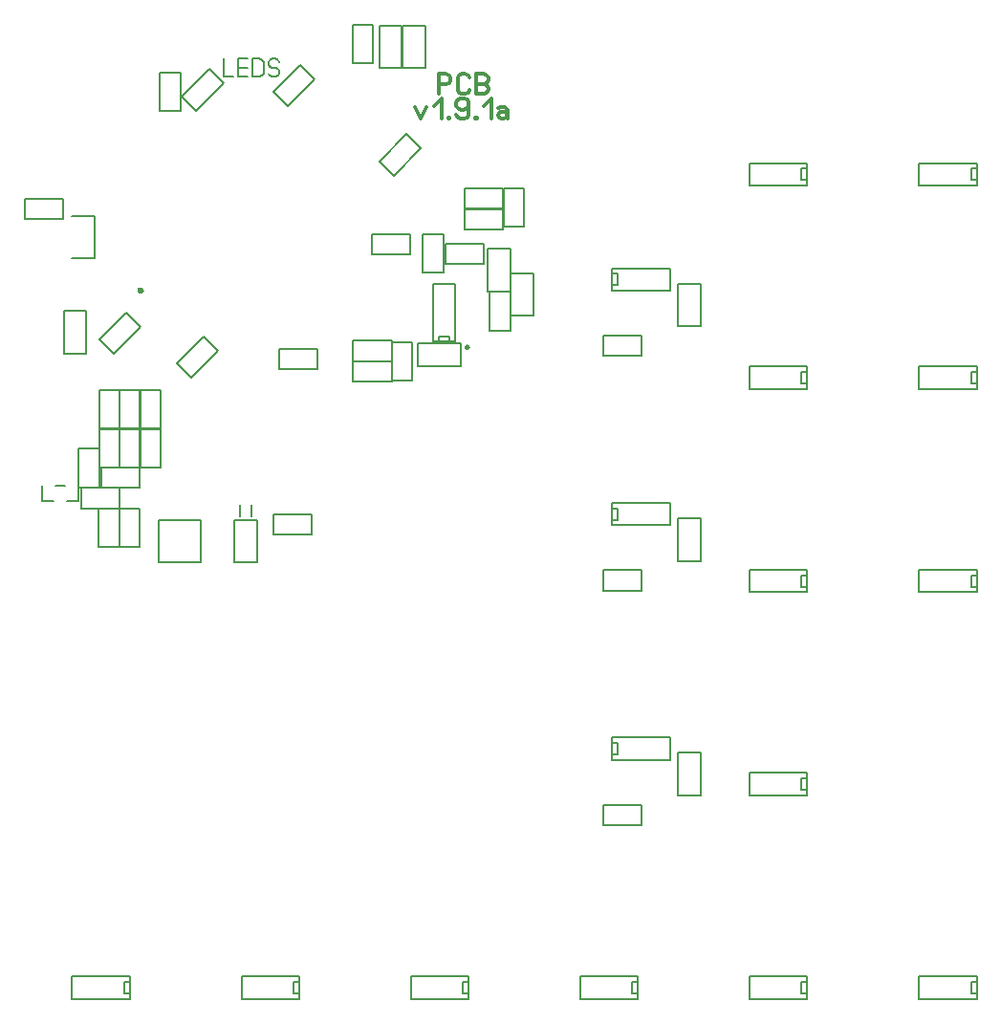
<source format=gto>
%FSLAX34Y34*%
%MOMM*%
%LNSILK_TOP*%
G71*
G01*
%ADD10C, 0.318*%
%ADD11C, 0.150*%
%ADD12C, 0.100*%
%ADD13C, 0.200*%
%ADD14C, 0.000*%
%LPD*%
G54D10*
X389947Y-79437D02*
X389947Y-61659D01*
X396614Y-61659D01*
X399281Y-62770D01*
X400614Y-64993D01*
X400614Y-67215D01*
X399281Y-69437D01*
X396614Y-70548D01*
X389947Y-70548D01*
G54D10*
X417503Y-76104D02*
X416170Y-78326D01*
X413503Y-79437D01*
X410836Y-79437D01*
X408170Y-78326D01*
X406836Y-76104D01*
X406836Y-64993D01*
X408170Y-62770D01*
X410836Y-61659D01*
X413503Y-61659D01*
X416170Y-62770D01*
X417503Y-64993D01*
G54D10*
X423725Y-79437D02*
X423725Y-61659D01*
X430392Y-61659D01*
X433059Y-62770D01*
X434392Y-64993D01*
X434392Y-67215D01*
X433059Y-69437D01*
X430392Y-70548D01*
X433059Y-71659D01*
X434392Y-73882D01*
X434392Y-76104D01*
X433059Y-78326D01*
X430392Y-79437D01*
X423725Y-79437D01*
G54D10*
X423725Y-70548D02*
X430392Y-70548D01*
G54D10*
X368910Y-91041D02*
X374244Y-101041D01*
X379577Y-91041D01*
G54D10*
X385799Y-89930D02*
X392466Y-83263D01*
X392466Y-101041D01*
G54D10*
X399755Y-101041D02*
X398688Y-101041D01*
X398688Y-100152D01*
X399755Y-100152D01*
X399755Y-101041D01*
X398688Y-101041D01*
G54D10*
X405977Y-97707D02*
X407311Y-99930D01*
X409977Y-101041D01*
X412644Y-101041D01*
X415311Y-99930D01*
X416644Y-97707D01*
X416644Y-92152D01*
X416644Y-91041D01*
X412644Y-93263D01*
X409977Y-93263D01*
X407311Y-92152D01*
X405977Y-89930D01*
X405977Y-86596D01*
X407311Y-84374D01*
X409977Y-83263D01*
X412644Y-83263D01*
X415311Y-84374D01*
X416644Y-86596D01*
X416644Y-92152D01*
G54D10*
X423933Y-101041D02*
X422866Y-101041D01*
X422866Y-100152D01*
X423933Y-100152D01*
X423933Y-101041D01*
X422866Y-101041D01*
G54D10*
X430155Y-89930D02*
X436822Y-83263D01*
X436822Y-101041D01*
G54D10*
X443044Y-92152D02*
X445711Y-91041D01*
X448911Y-91041D01*
X451044Y-93263D01*
X451044Y-101041D01*
G54D10*
X451044Y-97707D02*
X449711Y-95485D01*
X447044Y-95041D01*
X444378Y-95485D01*
X443044Y-97707D01*
X443578Y-99930D01*
X445711Y-101041D01*
X447044Y-101041D01*
X447578Y-101041D01*
X449711Y-99930D01*
X451044Y-97707D01*
G54D11*
X65190Y-187093D02*
X85190Y-187093D01*
X85190Y-225093D01*
X65190Y-225093D01*
G54D12*
G75*
G01X128496Y-253422D02*
G03X128496Y-253422I-2500J0D01*
G01*
G36*
G75*
G01X128496Y-253422D02*
G03X128496Y-253422I-2500J0D01*
G01*
G37*
X128496Y-253422D01*
G54D11*
X330828Y-221328D02*
X330828Y-203328D01*
X364828Y-203328D01*
X364828Y-221328D01*
X330828Y-221328D01*
G54D11*
X447444Y-181169D02*
X447444Y-199169D01*
X413444Y-199169D01*
X413444Y-181169D01*
X447444Y-181169D01*
G54D11*
X447444Y-162912D02*
X447444Y-180912D01*
X413444Y-180912D01*
X413444Y-162912D01*
X447444Y-162912D01*
G54D11*
X361819Y-114965D02*
X374546Y-127693D01*
X350505Y-151735D01*
X337777Y-139007D01*
X361819Y-114965D01*
G54D11*
X249138Y-322994D02*
X249138Y-304994D01*
X283138Y-304994D01*
X283138Y-322994D01*
X249138Y-322994D01*
G54D11*
X384946Y-298793D02*
X404946Y-298793D01*
X404946Y-247693D01*
X384946Y-247693D01*
X384946Y-298793D01*
G54D11*
X389946Y-298793D02*
X399946Y-298793D01*
X399946Y-293793D01*
X389946Y-293793D01*
X389946Y-298793D01*
G54D13*
X199811Y-48121D02*
X199811Y-64121D01*
X208211Y-64121D01*
G54D13*
X221011Y-64121D02*
X212611Y-64121D01*
X212611Y-48121D01*
X221011Y-48121D01*
G54D13*
X212611Y-56121D02*
X221011Y-56121D01*
G54D13*
X225411Y-64121D02*
X225411Y-48121D01*
X231411Y-48121D01*
X233811Y-49121D01*
X235011Y-51121D01*
X235011Y-61121D01*
X233811Y-63121D01*
X231411Y-64121D01*
X225411Y-64121D01*
G54D13*
X239411Y-61121D02*
X240611Y-63121D01*
X243011Y-64121D01*
X245411Y-64121D01*
X247811Y-63121D01*
X249011Y-61121D01*
X249011Y-59121D01*
X247811Y-57121D01*
X245411Y-56121D01*
X243011Y-56121D01*
X240611Y-55121D01*
X239411Y-53121D01*
X239411Y-51121D01*
X240611Y-49121D01*
X243011Y-48121D01*
X245411Y-48121D01*
X247811Y-49121D01*
X249011Y-51121D01*
G54D11*
X143400Y-60682D02*
X161400Y-60682D01*
X161400Y-94682D01*
X143400Y-94682D01*
X143400Y-60682D01*
G54D11*
X267754Y-53741D02*
X280482Y-66469D01*
X256440Y-90510D01*
X243712Y-77782D01*
X267754Y-53741D01*
G54D11*
X186791Y-57312D02*
X199519Y-70040D01*
X175478Y-94082D01*
X162750Y-81354D01*
X186791Y-57312D01*
G54D11*
X157993Y-317998D02*
X170721Y-330726D01*
X194762Y-306684D01*
X182035Y-293956D01*
X157993Y-317998D01*
G54D11*
X143706Y-341775D02*
X125706Y-341775D01*
X125706Y-375775D01*
X143706Y-375775D01*
X143706Y-341775D01*
G54D11*
X125847Y-341775D02*
X107847Y-341775D01*
X107847Y-375775D01*
X125847Y-375775D01*
X125847Y-341775D01*
G54D11*
X143706Y-375906D02*
X125706Y-375906D01*
X125706Y-409906D01*
X143706Y-409906D01*
X143706Y-375906D01*
G54D11*
X125847Y-375906D02*
X107847Y-375906D01*
X107847Y-409906D01*
X125847Y-409906D01*
X125847Y-375906D01*
G54D11*
X107126Y-446649D02*
X89126Y-446648D01*
X89126Y-480648D01*
X107126Y-480648D01*
X107126Y-446649D01*
G54D11*
X125512Y-446718D02*
X107512Y-446718D01*
X107512Y-480718D01*
X125512Y-480718D01*
X125512Y-446718D01*
G54D11*
X39070Y-426517D02*
X39070Y-439518D01*
X49070Y-439517D01*
G54D11*
X59070Y-426517D02*
X51070Y-426517D01*
G54D11*
X430226Y-211894D02*
X430226Y-229894D01*
X396226Y-229894D01*
X396226Y-211894D01*
X430226Y-211894D01*
G54D11*
X348509Y-297896D02*
X348509Y-315896D01*
X314509Y-315896D01*
X314509Y-297896D01*
X348509Y-297896D01*
G54D11*
X453414Y-288787D02*
X435414Y-288787D01*
X435414Y-254787D01*
X453414Y-254787D01*
X453414Y-288787D01*
G54D11*
X433651Y-216396D02*
X453651Y-216396D01*
X453651Y-254396D01*
X433651Y-254396D01*
X433651Y-216396D01*
G54D11*
X409976Y-300356D02*
X409976Y-320356D01*
X371976Y-320356D01*
X371976Y-300356D01*
X409976Y-300356D01*
G54D11*
X453857Y-237893D02*
X473857Y-237893D01*
X473857Y-275893D01*
X453857Y-275893D01*
X453857Y-237893D01*
G54D11*
X348509Y-316152D02*
X348509Y-334152D01*
X314509Y-334152D01*
X314509Y-316152D01*
X348509Y-316152D01*
G54D11*
X465968Y-163181D02*
X447968Y-163181D01*
X447968Y-197181D01*
X465968Y-197181D01*
X465968Y-163181D01*
G54D11*
X277865Y-451724D02*
X277865Y-469724D01*
X243865Y-469724D01*
X243865Y-451724D01*
X277865Y-451724D01*
G54D11*
X313953Y-18385D02*
X331954Y-18385D01*
X331954Y-52385D01*
X313953Y-52385D01*
X313953Y-18385D01*
G54D11*
X107402Y-341796D02*
X89402Y-341796D01*
X89402Y-375796D01*
X107402Y-375796D01*
X107402Y-341796D01*
G54D11*
X107399Y-376098D02*
X89400Y-376097D01*
X89400Y-410097D01*
X107399Y-410098D01*
X107399Y-376098D01*
G54D11*
X107356Y-446194D02*
X107356Y-428195D01*
X73356Y-428195D01*
X73356Y-446195D01*
X107356Y-446194D01*
G54D11*
X125512Y-428338D02*
X125512Y-410338D01*
X91512Y-410338D01*
X91512Y-428338D01*
X125512Y-428338D01*
G54D11*
X126491Y-285378D02*
X113764Y-272650D01*
X89722Y-296692D01*
X102450Y-309420D01*
X126491Y-285378D01*
G54D11*
X71334Y-427607D02*
X89334Y-427608D01*
X89334Y-393608D01*
X71334Y-393607D01*
X71334Y-427607D01*
G54D11*
X71077Y-426523D02*
X71077Y-439523D01*
X61077Y-439523D01*
G54D11*
X23565Y-190161D02*
X23565Y-172161D01*
X57565Y-172161D01*
X57565Y-190161D01*
X23565Y-190161D01*
G54D11*
X716580Y-880600D02*
X716580Y-860600D01*
X665480Y-860600D01*
X665480Y-880600D01*
X716580Y-880600D01*
G54D11*
X716580Y-875600D02*
X716580Y-865600D01*
X711580Y-865600D01*
X711580Y-875600D01*
X716580Y-875600D01*
G54D11*
X266580Y-880600D02*
X266580Y-860600D01*
X215480Y-860600D01*
X215480Y-880600D01*
X266580Y-880600D01*
G54D11*
X266580Y-875600D02*
X266580Y-865600D01*
X261580Y-865600D01*
X261580Y-875600D01*
X266580Y-875600D01*
G54D11*
X416580Y-880600D02*
X416580Y-860600D01*
X365480Y-860600D01*
X365480Y-880600D01*
X416580Y-880600D01*
G54D11*
X416580Y-875600D02*
X416580Y-865600D01*
X411580Y-865600D01*
X411580Y-875600D01*
X416580Y-875600D01*
G54D11*
X866580Y-880600D02*
X866580Y-860600D01*
X815480Y-860600D01*
X815480Y-880600D01*
X866580Y-880600D01*
G54D11*
X866580Y-875600D02*
X866580Y-865600D01*
X861580Y-865600D01*
X861580Y-875600D01*
X866580Y-875600D01*
G54D11*
X566580Y-880600D02*
X566580Y-860600D01*
X515480Y-860600D01*
X515480Y-880600D01*
X566580Y-880600D01*
G54D11*
X566580Y-875600D02*
X566580Y-865600D01*
X561580Y-865600D01*
X561580Y-875600D01*
X566580Y-875600D01*
G54D11*
X116580Y-880600D02*
X116580Y-860600D01*
X65480Y-860600D01*
X65480Y-880600D01*
X116580Y-880600D01*
G54D11*
X116580Y-875600D02*
X116580Y-865600D01*
X111580Y-865600D01*
X111580Y-875600D01*
X116580Y-875600D01*
G54D11*
X716580Y-700600D02*
X716580Y-680600D01*
X665480Y-680600D01*
X665480Y-700600D01*
X716580Y-700600D01*
G54D11*
X716580Y-695600D02*
X716580Y-685600D01*
X711580Y-685600D01*
X711580Y-695600D01*
X716580Y-695600D01*
G54D11*
X716580Y-520600D02*
X716580Y-500600D01*
X665480Y-500600D01*
X665480Y-520600D01*
X716580Y-520600D01*
G54D11*
X716580Y-515600D02*
X716580Y-505600D01*
X711580Y-505600D01*
X711580Y-515600D01*
X716580Y-515600D01*
G54D11*
X866580Y-520600D02*
X866580Y-500600D01*
X815480Y-500600D01*
X815480Y-520600D01*
X866580Y-520600D01*
G54D11*
X866580Y-515600D02*
X866580Y-505600D01*
X861580Y-505600D01*
X861580Y-515600D01*
X866580Y-515600D01*
G54D11*
X866580Y-340600D02*
X866580Y-320600D01*
X815480Y-320600D01*
X815480Y-340600D01*
X866580Y-340600D01*
G54D11*
X866580Y-335600D02*
X866580Y-325600D01*
X861580Y-325600D01*
X861580Y-335600D01*
X866580Y-335600D01*
G54D11*
X716580Y-340600D02*
X716580Y-320600D01*
X665480Y-320600D01*
X665480Y-340600D01*
X716580Y-340600D01*
G54D11*
X716580Y-335600D02*
X716580Y-325600D01*
X711580Y-325600D01*
X711580Y-335600D01*
X716580Y-335600D01*
G54D11*
X543790Y-649024D02*
X543790Y-669024D01*
X594890Y-669024D01*
X594890Y-649024D01*
X543790Y-649024D01*
G54D11*
X543790Y-654024D02*
X543790Y-664024D01*
X548790Y-664024D01*
X548790Y-654024D01*
X543790Y-654024D01*
G54D11*
X535886Y-726790D02*
X535886Y-708790D01*
X569886Y-708790D01*
X569886Y-726790D01*
X535886Y-726790D01*
G54D11*
X866580Y-160600D02*
X866580Y-140600D01*
X815480Y-140600D01*
X815480Y-160600D01*
X866580Y-160600D01*
G54D11*
X866580Y-155600D02*
X866580Y-145600D01*
X861580Y-145600D01*
X861580Y-155600D01*
X866580Y-155600D01*
G54D11*
X716580Y-160600D02*
X716580Y-140600D01*
X665480Y-140600D01*
X665480Y-160600D01*
X716580Y-160600D01*
G54D11*
X716580Y-155600D02*
X716580Y-145600D01*
X711580Y-145600D01*
X711580Y-155600D01*
X716580Y-155600D01*
G54D11*
X366544Y-333420D02*
X348544Y-333420D01*
X348544Y-299420D01*
X366544Y-299420D01*
X366544Y-333420D01*
G54D11*
X394214Y-237332D02*
X376214Y-237332D01*
X376214Y-203332D01*
X394214Y-203332D01*
X394214Y-237332D01*
G54D11*
X337637Y-18703D02*
X357637Y-18703D01*
X357637Y-56703D01*
X337637Y-56703D01*
X337637Y-18703D01*
G54D11*
X358275Y-18703D02*
X378275Y-18703D01*
X378275Y-56703D01*
X358275Y-56703D01*
X358275Y-18703D01*
G54D13*
X209303Y-456698D02*
X209303Y-494198D01*
X229303Y-494198D01*
X229303Y-456698D01*
X209303Y-456698D01*
G54D13*
X214303Y-453523D02*
X214303Y-443523D01*
G54D13*
X224303Y-453523D02*
X224303Y-443523D01*
G54D13*
X142081Y-456803D02*
X179784Y-456803D01*
X179784Y-494109D01*
X142081Y-494109D01*
X142081Y-456803D01*
G54D11*
X58059Y-271437D02*
X78059Y-271437D01*
X78059Y-309437D01*
X58059Y-309437D01*
X58059Y-271437D01*
G54D14*
G75*
G01X417528Y-303609D02*
G03X417528Y-303609I-2000J0D01*
G01*
G36*
G75*
G01X417528Y-303609D02*
G03X417528Y-303609I-2000J0D01*
G01*
G37*
X417528Y-303609D01*
G54D11*
X602226Y-662504D02*
X622226Y-662504D01*
X622226Y-700504D01*
X602226Y-700504D01*
X602226Y-662504D01*
G54D11*
X543790Y-441378D02*
X543790Y-461378D01*
X594890Y-461378D01*
X594890Y-441378D01*
X543790Y-441378D01*
G54D11*
X543790Y-446378D02*
X543790Y-456378D01*
X548790Y-456378D01*
X548790Y-446378D01*
X543790Y-446378D01*
G54D11*
X535886Y-519145D02*
X535886Y-501145D01*
X569886Y-501145D01*
X569886Y-519145D01*
X535886Y-519145D01*
G54D11*
X602226Y-454859D02*
X622226Y-454859D01*
X622226Y-492859D01*
X602226Y-492859D01*
X602226Y-454859D01*
G54D11*
X543790Y-233734D02*
X543790Y-253734D01*
X594890Y-253734D01*
X594890Y-233734D01*
X543790Y-233734D01*
G54D11*
X543790Y-238734D02*
X543790Y-248734D01*
X548790Y-248734D01*
X548790Y-238734D01*
X543790Y-238734D01*
G54D11*
X535886Y-311500D02*
X535886Y-293500D01*
X569886Y-293500D01*
X569886Y-311500D01*
X535886Y-311500D01*
G54D11*
X602226Y-247214D02*
X622226Y-247214D01*
X622226Y-285214D01*
X602226Y-285214D01*
X602226Y-247214D01*
M02*

</source>
